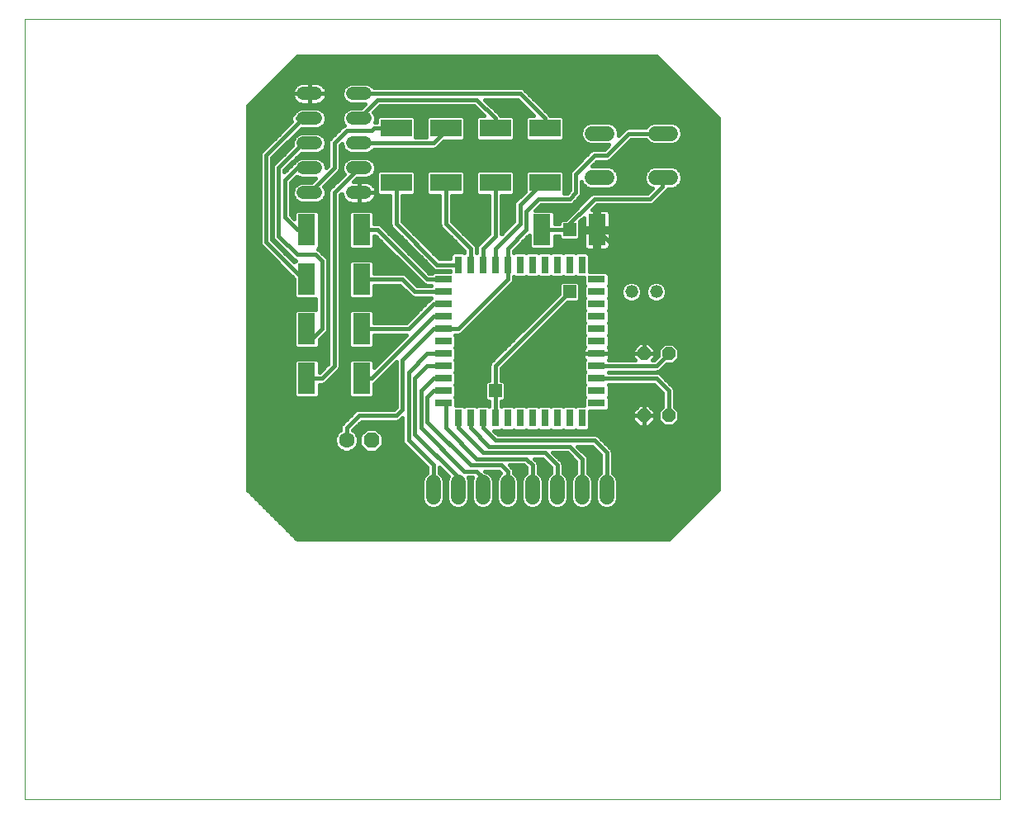
<source format=gtl>
G75*
%MOIN*%
%OFA0B0*%
%FSLAX25Y25*%
%IPPOS*%
%LPD*%
%AMOC8*
5,1,8,0,0,1.08239X$1,22.5*
%
%ADD10C,0.00000*%
%ADD11OC8,0.05200*%
%ADD12OC8,0.06300*%
%ADD13C,0.06300*%
%ADD14C,0.05200*%
%ADD15R,0.02992X0.07087*%
%ADD16R,0.07087X0.02992*%
%ADD17C,0.05200*%
%ADD18R,0.07087X0.12598*%
%ADD19R,0.12598X0.07087*%
%ADD20C,0.06000*%
%ADD21C,0.01600*%
%ADD22R,0.05315X0.05315*%
D10*
X0001000Y0001000D02*
X0001000Y0315961D01*
X0394701Y0315961D01*
X0394701Y0001000D01*
X0001000Y0001000D01*
D11*
X0251000Y0156000D03*
X0261000Y0156000D03*
X0261000Y0181000D03*
X0251000Y0181000D03*
D12*
X0141000Y0146000D03*
D13*
X0131000Y0146000D03*
D14*
X0133400Y0246000D02*
X0138600Y0246000D01*
X0138600Y0256000D02*
X0133400Y0256000D01*
X0133400Y0266000D02*
X0138600Y0266000D01*
X0138600Y0276000D02*
X0133400Y0276000D01*
X0133400Y0286000D02*
X0138600Y0286000D01*
X0118600Y0286000D02*
X0113400Y0286000D01*
X0113400Y0276000D02*
X0118600Y0276000D01*
X0118600Y0266000D02*
X0113400Y0266000D01*
X0113400Y0256000D02*
X0118600Y0256000D01*
X0118600Y0246000D02*
X0113400Y0246000D01*
D15*
X0176000Y0216945D03*
X0181000Y0216945D03*
X0186000Y0216945D03*
X0191000Y0216945D03*
X0196000Y0216945D03*
X0201000Y0216945D03*
X0206000Y0216945D03*
X0211000Y0216945D03*
X0216000Y0216945D03*
X0221000Y0216945D03*
X0226000Y0216945D03*
X0226000Y0155055D03*
X0221000Y0155055D03*
X0216000Y0155055D03*
X0211000Y0155055D03*
X0206000Y0155055D03*
X0201000Y0155055D03*
X0196000Y0155055D03*
X0191000Y0155055D03*
X0186000Y0155055D03*
X0181000Y0155055D03*
X0176000Y0155055D03*
D16*
X0170055Y0161000D03*
X0170055Y0166000D03*
X0170055Y0171000D03*
X0170055Y0176000D03*
X0170055Y0181000D03*
X0170055Y0186000D03*
X0170055Y0191000D03*
X0170055Y0196000D03*
X0170055Y0201000D03*
X0170055Y0206000D03*
X0170055Y0211000D03*
X0231945Y0211000D03*
X0231945Y0206000D03*
X0231945Y0201000D03*
X0231945Y0196000D03*
X0231945Y0191000D03*
X0231945Y0186000D03*
X0231945Y0181000D03*
X0231945Y0176000D03*
X0231945Y0171000D03*
X0231945Y0166000D03*
X0231945Y0161000D03*
D17*
X0246000Y0206000D03*
X0256000Y0206000D03*
D18*
X0232024Y0231000D03*
X0209976Y0231000D03*
X0137024Y0231000D03*
X0114976Y0231000D03*
X0114976Y0211000D03*
X0137024Y0211000D03*
X0137024Y0191000D03*
X0114976Y0191000D03*
X0114976Y0171000D03*
X0137024Y0171000D03*
D19*
X0151000Y0249976D03*
X0171000Y0249976D03*
X0191000Y0249976D03*
X0211000Y0249976D03*
X0211000Y0272024D03*
X0191000Y0272024D03*
X0171000Y0272024D03*
X0151000Y0272024D03*
D20*
X0230200Y0269900D02*
X0236200Y0269900D01*
X0255800Y0269900D02*
X0261800Y0269900D01*
X0261800Y0252100D02*
X0255800Y0252100D01*
X0236200Y0252100D02*
X0230200Y0252100D01*
X0226000Y0129000D02*
X0226000Y0123000D01*
X0236000Y0123000D02*
X0236000Y0129000D01*
X0216000Y0129000D02*
X0216000Y0123000D01*
X0206000Y0123000D02*
X0206000Y0129000D01*
X0196000Y0129000D02*
X0196000Y0123000D01*
X0186000Y0123000D02*
X0186000Y0129000D01*
X0176000Y0129000D02*
X0176000Y0123000D01*
X0166000Y0123000D02*
X0166000Y0129000D01*
D21*
X0166000Y0126000D02*
X0166000Y0136000D01*
X0156000Y0146000D01*
X0156000Y0173500D01*
X0163500Y0181000D01*
X0170055Y0181000D01*
X0170055Y0176000D02*
X0163500Y0176000D01*
X0158500Y0171000D01*
X0158500Y0148500D01*
X0176000Y0131000D01*
X0176000Y0126000D01*
X0180600Y0125684D02*
X0181400Y0125684D01*
X0181400Y0127282D02*
X0180600Y0127282D01*
X0180600Y0128881D02*
X0181400Y0128881D01*
X0181400Y0129915D02*
X0181400Y0122085D01*
X0182100Y0120394D01*
X0183394Y0119100D01*
X0185085Y0118400D01*
X0186915Y0118400D01*
X0188606Y0119100D01*
X0189900Y0120394D01*
X0190600Y0122085D01*
X0190600Y0129915D01*
X0189900Y0131606D01*
X0188606Y0132900D01*
X0186915Y0133600D01*
X0186794Y0133600D01*
X0192506Y0133600D01*
X0193300Y0132806D01*
X0192100Y0131606D01*
X0191400Y0129915D01*
X0191400Y0122085D01*
X0192100Y0120394D01*
X0193394Y0119100D01*
X0195085Y0118400D01*
X0196915Y0118400D01*
X0198606Y0119100D01*
X0199900Y0120394D01*
X0200600Y0122085D01*
X0200600Y0129915D01*
X0199900Y0131606D01*
X0198606Y0132900D01*
X0198400Y0132985D01*
X0198400Y0133977D01*
X0198035Y0134859D01*
X0196794Y0136100D01*
X0202506Y0136100D01*
X0203600Y0135006D01*
X0203600Y0132985D01*
X0203394Y0132900D01*
X0202100Y0131606D01*
X0201400Y0129915D01*
X0201400Y0122085D01*
X0202100Y0120394D01*
X0203394Y0119100D01*
X0205085Y0118400D01*
X0206915Y0118400D01*
X0208606Y0119100D01*
X0209900Y0120394D01*
X0210600Y0122085D01*
X0210600Y0129915D01*
X0209900Y0131606D01*
X0208606Y0132900D01*
X0208400Y0132985D01*
X0208400Y0136477D01*
X0208035Y0137359D01*
X0206794Y0138600D01*
X0210006Y0138600D01*
X0213600Y0135006D01*
X0213600Y0132985D01*
X0213394Y0132900D01*
X0212100Y0131606D01*
X0211400Y0129915D01*
X0211400Y0122085D01*
X0212100Y0120394D01*
X0213394Y0119100D01*
X0215085Y0118400D01*
X0216915Y0118400D01*
X0218606Y0119100D01*
X0219900Y0120394D01*
X0220600Y0122085D01*
X0220600Y0129915D01*
X0219900Y0131606D01*
X0218606Y0132900D01*
X0218400Y0132985D01*
X0218400Y0136477D01*
X0218035Y0137359D01*
X0214294Y0141100D01*
X0220006Y0141100D01*
X0223600Y0137506D01*
X0223600Y0132985D01*
X0223394Y0132900D01*
X0222100Y0131606D01*
X0221400Y0129915D01*
X0221400Y0122085D01*
X0222100Y0120394D01*
X0223394Y0119100D01*
X0225085Y0118400D01*
X0226915Y0118400D01*
X0228606Y0119100D01*
X0229900Y0120394D01*
X0230600Y0122085D01*
X0230600Y0129915D01*
X0229900Y0131606D01*
X0228606Y0132900D01*
X0228400Y0132985D01*
X0228400Y0138977D01*
X0228035Y0139859D01*
X0224294Y0143600D01*
X0230006Y0143600D01*
X0233600Y0140006D01*
X0233600Y0132985D01*
X0233394Y0132900D01*
X0232100Y0131606D01*
X0231400Y0129915D01*
X0231400Y0122085D01*
X0232100Y0120394D01*
X0233394Y0119100D01*
X0235085Y0118400D01*
X0236915Y0118400D01*
X0238606Y0119100D01*
X0239900Y0120394D01*
X0240600Y0122085D01*
X0240600Y0129915D01*
X0239900Y0131606D01*
X0238606Y0132900D01*
X0238400Y0132985D01*
X0238400Y0141477D01*
X0238035Y0142359D01*
X0237359Y0143035D01*
X0232359Y0148035D01*
X0231477Y0148400D01*
X0191994Y0148400D01*
X0190482Y0149912D01*
X0193159Y0149912D01*
X0193500Y0150253D01*
X0193841Y0149912D01*
X0198159Y0149912D01*
X0198500Y0150253D01*
X0198841Y0149912D01*
X0203159Y0149912D01*
X0203500Y0150253D01*
X0203841Y0149912D01*
X0208159Y0149912D01*
X0208500Y0150253D01*
X0208841Y0149912D01*
X0213159Y0149912D01*
X0213500Y0150253D01*
X0213841Y0149912D01*
X0218159Y0149912D01*
X0218500Y0150253D01*
X0218841Y0149912D01*
X0223159Y0149912D01*
X0223500Y0150253D01*
X0223841Y0149912D01*
X0228159Y0149912D01*
X0229096Y0150849D01*
X0229096Y0157904D01*
X0236151Y0157904D01*
X0237088Y0158841D01*
X0237088Y0163159D01*
X0236747Y0163500D01*
X0237088Y0163841D01*
X0237088Y0168159D01*
X0236747Y0168500D01*
X0236847Y0168600D01*
X0255006Y0168600D01*
X0258600Y0165006D01*
X0258600Y0159540D01*
X0256800Y0157740D01*
X0256800Y0154260D01*
X0259260Y0151800D01*
X0262740Y0151800D01*
X0265200Y0154260D01*
X0265200Y0157740D01*
X0263400Y0159540D01*
X0263400Y0166477D01*
X0263035Y0167359D01*
X0262359Y0168035D01*
X0257359Y0173035D01*
X0256477Y0173400D01*
X0236847Y0173400D01*
X0236747Y0173500D01*
X0236847Y0173600D01*
X0256477Y0173600D01*
X0257359Y0173965D01*
X0260194Y0176800D01*
X0262740Y0176800D01*
X0265200Y0179260D01*
X0265200Y0182740D01*
X0262740Y0185200D01*
X0259260Y0185200D01*
X0256800Y0182740D01*
X0256800Y0180194D01*
X0255006Y0178400D01*
X0254623Y0178400D01*
X0255400Y0179177D01*
X0255400Y0181000D01*
X0255400Y0182823D01*
X0252823Y0185400D01*
X0251000Y0185400D01*
X0251000Y0181000D01*
X0251000Y0212024D01*
X0232024Y0231000D01*
X0232824Y0231186D02*
X0281000Y0231186D01*
X0281000Y0232784D02*
X0237367Y0232784D01*
X0237367Y0231800D02*
X0237367Y0237536D01*
X0237244Y0237994D01*
X0237007Y0238404D01*
X0236672Y0238740D01*
X0236262Y0238977D01*
X0235804Y0239099D01*
X0232824Y0239099D01*
X0232824Y0231800D01*
X0237367Y0231800D01*
X0237367Y0230200D02*
X0232824Y0230200D01*
X0232824Y0231800D01*
X0231224Y0231800D01*
X0231224Y0239099D01*
X0229993Y0239099D01*
X0231994Y0241100D01*
X0253977Y0241100D01*
X0254859Y0241465D01*
X0259859Y0246465D01*
X0260535Y0247141D01*
X0260684Y0247500D01*
X0262715Y0247500D01*
X0264406Y0248200D01*
X0265700Y0249494D01*
X0266400Y0251185D01*
X0266400Y0253015D01*
X0265700Y0254706D01*
X0264406Y0256000D01*
X0262715Y0256700D01*
X0254885Y0256700D01*
X0253194Y0256000D01*
X0251900Y0254706D01*
X0251200Y0253015D01*
X0251200Y0251185D01*
X0251900Y0249494D01*
X0253194Y0248200D01*
X0254334Y0247728D01*
X0252506Y0245900D01*
X0230523Y0245900D01*
X0229641Y0245535D01*
X0228965Y0244859D01*
X0219363Y0235257D01*
X0217680Y0235257D01*
X0216743Y0234320D01*
X0216743Y0233400D01*
X0215120Y0233400D01*
X0215120Y0237962D01*
X0214182Y0238899D01*
X0207293Y0238899D01*
X0209494Y0241100D01*
X0221477Y0241100D01*
X0222359Y0241465D01*
X0223035Y0242141D01*
X0225535Y0244641D01*
X0225900Y0245523D01*
X0225900Y0250461D01*
X0226300Y0249494D01*
X0227594Y0248200D01*
X0229285Y0247500D01*
X0237115Y0247500D01*
X0238806Y0248200D01*
X0240100Y0249494D01*
X0240800Y0251185D01*
X0240800Y0253015D01*
X0240100Y0254706D01*
X0238806Y0256000D01*
X0237115Y0256700D01*
X0230094Y0256700D01*
X0231994Y0258600D01*
X0236477Y0258600D01*
X0237359Y0258965D01*
X0238035Y0259641D01*
X0245894Y0267500D01*
X0251815Y0267500D01*
X0251900Y0267294D01*
X0253194Y0266000D01*
X0254885Y0265300D01*
X0262715Y0265300D01*
X0264406Y0266000D01*
X0265700Y0267294D01*
X0266400Y0268985D01*
X0266400Y0270815D01*
X0265700Y0272506D01*
X0264406Y0273800D01*
X0262715Y0274500D01*
X0254885Y0274500D01*
X0253194Y0273800D01*
X0251900Y0272506D01*
X0251815Y0272300D01*
X0244423Y0272300D01*
X0243541Y0271935D01*
X0240800Y0269194D01*
X0240800Y0270815D01*
X0240100Y0272506D01*
X0238806Y0273800D01*
X0237115Y0274500D01*
X0229285Y0274500D01*
X0227594Y0273800D01*
X0226300Y0272506D01*
X0225600Y0270815D01*
X0225600Y0268985D01*
X0226300Y0267294D01*
X0227594Y0266000D01*
X0229285Y0265300D01*
X0236906Y0265300D01*
X0235006Y0263400D01*
X0230523Y0263400D01*
X0229641Y0263035D01*
X0222141Y0255535D01*
X0221465Y0254859D01*
X0221100Y0253977D01*
X0221100Y0246994D01*
X0220006Y0245900D01*
X0218899Y0245900D01*
X0218899Y0254182D01*
X0217962Y0255120D01*
X0204038Y0255120D01*
X0203101Y0254182D01*
X0203101Y0246495D01*
X0198965Y0242359D01*
X0198600Y0241477D01*
X0198600Y0234494D01*
X0193400Y0229294D01*
X0193400Y0244833D01*
X0197962Y0244833D01*
X0198899Y0245770D01*
X0198899Y0254182D01*
X0197962Y0255120D01*
X0184038Y0255120D01*
X0183101Y0254182D01*
X0183101Y0245770D01*
X0184038Y0244833D01*
X0188600Y0244833D01*
X0188600Y0229494D01*
X0183965Y0224859D01*
X0183600Y0223977D01*
X0183600Y0221847D01*
X0183500Y0221747D01*
X0183400Y0221847D01*
X0183400Y0223977D01*
X0183035Y0224859D01*
X0182359Y0225535D01*
X0173400Y0234494D01*
X0173400Y0244833D01*
X0177962Y0244833D01*
X0178899Y0245770D01*
X0178899Y0254182D01*
X0177962Y0255120D01*
X0164038Y0255120D01*
X0163101Y0254182D01*
X0163101Y0245770D01*
X0164038Y0244833D01*
X0168600Y0244833D01*
X0168600Y0233023D01*
X0168965Y0232141D01*
X0178600Y0222506D01*
X0178600Y0221847D01*
X0178500Y0221747D01*
X0178159Y0222088D01*
X0173841Y0222088D01*
X0172904Y0221151D01*
X0172904Y0219345D01*
X0168549Y0219345D01*
X0153400Y0234494D01*
X0153400Y0244833D01*
X0157962Y0244833D01*
X0158899Y0245770D01*
X0158899Y0254182D01*
X0157962Y0255120D01*
X0144038Y0255120D01*
X0143101Y0254182D01*
X0143101Y0245770D01*
X0144038Y0244833D01*
X0148600Y0244833D01*
X0148600Y0233023D01*
X0148965Y0232141D01*
X0166196Y0214910D01*
X0167078Y0214545D01*
X0172904Y0214545D01*
X0172904Y0214096D01*
X0165849Y0214096D01*
X0165153Y0213400D01*
X0164494Y0213400D01*
X0144859Y0233035D01*
X0143977Y0233400D01*
X0142167Y0233400D01*
X0142167Y0237962D01*
X0141230Y0238899D01*
X0132818Y0238899D01*
X0131880Y0237962D01*
X0131880Y0224038D01*
X0132818Y0223101D01*
X0141230Y0223101D01*
X0142167Y0224038D01*
X0142167Y0228600D01*
X0142506Y0228600D01*
X0161465Y0209641D01*
X0162141Y0208965D01*
X0163023Y0208600D01*
X0165153Y0208600D01*
X0165253Y0208500D01*
X0165153Y0208400D01*
X0159494Y0208400D01*
X0154859Y0213035D01*
X0153977Y0213400D01*
X0142167Y0213400D01*
X0142167Y0217962D01*
X0141230Y0218899D01*
X0132818Y0218899D01*
X0131880Y0217962D01*
X0131880Y0204038D01*
X0132818Y0203101D01*
X0141230Y0203101D01*
X0142167Y0204038D01*
X0142167Y0208600D01*
X0152506Y0208600D01*
X0156465Y0204641D01*
X0157141Y0203965D01*
X0158023Y0203600D01*
X0165153Y0203600D01*
X0165253Y0203500D01*
X0164912Y0203159D01*
X0164912Y0203147D01*
X0164641Y0203035D01*
X0163965Y0202359D01*
X0155006Y0193400D01*
X0142167Y0193400D01*
X0142167Y0197962D01*
X0141230Y0198899D01*
X0132818Y0198899D01*
X0131880Y0197962D01*
X0131880Y0184038D01*
X0132818Y0183101D01*
X0141230Y0183101D01*
X0142167Y0184038D01*
X0142167Y0188600D01*
X0155206Y0188600D01*
X0142167Y0175561D01*
X0142167Y0177962D01*
X0141230Y0178899D01*
X0132818Y0178899D01*
X0131880Y0177962D01*
X0131880Y0164038D01*
X0132818Y0163101D01*
X0141230Y0163101D01*
X0142167Y0164038D01*
X0142167Y0168886D01*
X0142359Y0168965D01*
X0143035Y0169641D01*
X0151100Y0177706D01*
X0151100Y0159494D01*
X0150006Y0158400D01*
X0135523Y0158400D01*
X0134641Y0158035D01*
X0133965Y0157359D01*
X0128965Y0152359D01*
X0128600Y0151477D01*
X0128600Y0150147D01*
X0128309Y0150027D01*
X0126973Y0148691D01*
X0126250Y0146945D01*
X0126250Y0145055D01*
X0126973Y0143309D01*
X0128309Y0141973D01*
X0130055Y0141250D01*
X0131945Y0141250D01*
X0133691Y0141973D01*
X0135027Y0143309D01*
X0135750Y0145055D01*
X0135750Y0146945D01*
X0135027Y0148691D01*
X0133691Y0150027D01*
X0133500Y0150106D01*
X0136994Y0153600D01*
X0151477Y0153600D01*
X0152359Y0153965D01*
X0153600Y0155206D01*
X0153600Y0145523D01*
X0153965Y0144641D01*
X0154641Y0143965D01*
X0163600Y0135006D01*
X0163600Y0132985D01*
X0163394Y0132900D01*
X0162100Y0131606D01*
X0161400Y0129915D01*
X0161400Y0122085D01*
X0162100Y0120394D01*
X0163394Y0119100D01*
X0165085Y0118400D01*
X0166915Y0118400D01*
X0168606Y0119100D01*
X0169900Y0120394D01*
X0170600Y0122085D01*
X0170600Y0129915D01*
X0169900Y0131606D01*
X0168606Y0132900D01*
X0168400Y0132985D01*
X0168400Y0135206D01*
X0172071Y0131535D01*
X0171400Y0129915D01*
X0171400Y0122085D01*
X0172100Y0120394D01*
X0173394Y0119100D01*
X0175085Y0118400D01*
X0176915Y0118400D01*
X0178606Y0119100D01*
X0179900Y0120394D01*
X0180600Y0122085D01*
X0180600Y0129915D01*
X0180109Y0131100D01*
X0181891Y0131100D01*
X0181400Y0129915D01*
X0181634Y0130479D02*
X0180366Y0130479D01*
X0178500Y0133500D02*
X0161000Y0151000D01*
X0161000Y0166000D01*
X0166000Y0171000D01*
X0170055Y0171000D01*
X0170055Y0166000D02*
X0166000Y0166000D01*
X0163500Y0163500D01*
X0163500Y0153500D01*
X0181000Y0136000D01*
X0193500Y0136000D01*
X0196000Y0133500D01*
X0196000Y0126000D01*
X0200600Y0125684D02*
X0201400Y0125684D01*
X0201400Y0127282D02*
X0200600Y0127282D01*
X0200600Y0128881D02*
X0201400Y0128881D01*
X0201634Y0130479D02*
X0200366Y0130479D01*
X0199427Y0132078D02*
X0202573Y0132078D01*
X0203600Y0133676D02*
X0198400Y0133676D01*
X0197619Y0135275D02*
X0203331Y0135275D01*
X0206000Y0136000D02*
X0203500Y0138500D01*
X0183500Y0138500D01*
X0171000Y0151000D01*
X0171000Y0160055D01*
X0170055Y0161000D01*
X0175198Y0160851D02*
X0188600Y0160851D01*
X0188159Y0160198D02*
X0183841Y0160198D01*
X0183500Y0159857D01*
X0183159Y0160198D01*
X0178841Y0160198D01*
X0178500Y0159857D01*
X0178159Y0160198D01*
X0175198Y0160198D01*
X0175198Y0163159D01*
X0174857Y0163500D01*
X0175198Y0163841D01*
X0175198Y0168159D01*
X0174857Y0168500D01*
X0175198Y0168841D01*
X0175198Y0173159D01*
X0174857Y0173500D01*
X0175198Y0173841D01*
X0175198Y0178159D01*
X0174857Y0178500D01*
X0175198Y0178841D01*
X0175198Y0183159D01*
X0174857Y0183500D01*
X0175198Y0183841D01*
X0175198Y0188159D01*
X0174857Y0188500D01*
X0174957Y0188600D01*
X0176477Y0188600D01*
X0177359Y0188965D01*
X0197359Y0208965D01*
X0198035Y0209641D01*
X0198400Y0210523D01*
X0198400Y0212043D01*
X0198500Y0212143D01*
X0198841Y0211802D01*
X0203159Y0211802D01*
X0203500Y0212143D01*
X0203841Y0211802D01*
X0208159Y0211802D01*
X0208500Y0212143D01*
X0208841Y0211802D01*
X0213159Y0211802D01*
X0213500Y0212143D01*
X0213841Y0211802D01*
X0218159Y0211802D01*
X0218500Y0212143D01*
X0218841Y0211802D01*
X0223159Y0211802D01*
X0223500Y0212143D01*
X0223841Y0211802D01*
X0226802Y0211802D01*
X0226802Y0208841D01*
X0227143Y0208500D01*
X0226802Y0208159D01*
X0226802Y0203841D01*
X0227143Y0203500D01*
X0226802Y0203159D01*
X0226802Y0198841D01*
X0227143Y0198500D01*
X0226802Y0198159D01*
X0226802Y0193841D01*
X0227143Y0193500D01*
X0226802Y0193159D01*
X0226802Y0188841D01*
X0227143Y0188500D01*
X0226802Y0188159D01*
X0226802Y0183841D01*
X0227001Y0183641D01*
X0226961Y0183601D01*
X0226724Y0183191D01*
X0226602Y0182733D01*
X0226602Y0181000D01*
X0226602Y0179267D01*
X0226724Y0178809D01*
X0226961Y0178399D01*
X0227001Y0178359D01*
X0226802Y0178159D01*
X0226802Y0173841D01*
X0227143Y0173500D01*
X0226802Y0173159D01*
X0226802Y0168841D01*
X0227143Y0168500D01*
X0226802Y0168159D01*
X0226802Y0163841D01*
X0227143Y0163500D01*
X0226802Y0163159D01*
X0226802Y0160198D01*
X0223841Y0160198D01*
X0223500Y0159857D01*
X0223159Y0160198D01*
X0218841Y0160198D01*
X0218500Y0159857D01*
X0218159Y0160198D01*
X0213841Y0160198D01*
X0213500Y0159857D01*
X0213159Y0160198D01*
X0208841Y0160198D01*
X0208500Y0159857D01*
X0208159Y0160198D01*
X0203841Y0160198D01*
X0203500Y0159857D01*
X0203159Y0160198D01*
X0198841Y0160198D01*
X0198500Y0159857D01*
X0198159Y0160198D01*
X0193841Y0160198D01*
X0193500Y0159857D01*
X0193400Y0159957D01*
X0193400Y0161743D01*
X0194320Y0161743D01*
X0195257Y0162680D01*
X0195257Y0169320D01*
X0194320Y0170257D01*
X0193400Y0170257D01*
X0193400Y0175006D01*
X0220137Y0201743D01*
X0224320Y0201743D01*
X0225257Y0202680D01*
X0225257Y0209320D01*
X0224320Y0210257D01*
X0217680Y0210257D01*
X0216743Y0209320D01*
X0216743Y0205137D01*
X0188965Y0177359D01*
X0188600Y0176477D01*
X0188600Y0170257D01*
X0187680Y0170257D01*
X0186743Y0169320D01*
X0186743Y0162680D01*
X0187680Y0161743D01*
X0188600Y0161743D01*
X0188600Y0159957D01*
X0188500Y0159857D01*
X0188159Y0160198D01*
X0186973Y0162450D02*
X0175198Y0162450D01*
X0175198Y0164048D02*
X0186743Y0164048D01*
X0186743Y0165647D02*
X0175198Y0165647D01*
X0175198Y0167245D02*
X0186743Y0167245D01*
X0186743Y0168844D02*
X0175198Y0168844D01*
X0175198Y0170442D02*
X0188600Y0170442D01*
X0188600Y0172041D02*
X0175198Y0172041D01*
X0174996Y0173639D02*
X0188600Y0173639D01*
X0188600Y0175238D02*
X0175198Y0175238D01*
X0175198Y0176836D02*
X0188749Y0176836D01*
X0190041Y0178435D02*
X0174922Y0178435D01*
X0175198Y0180033D02*
X0191639Y0180033D01*
X0193238Y0181632D02*
X0175198Y0181632D01*
X0175127Y0183230D02*
X0194836Y0183230D01*
X0196435Y0184829D02*
X0175198Y0184829D01*
X0175198Y0186427D02*
X0198033Y0186427D01*
X0199632Y0188026D02*
X0175198Y0188026D01*
X0176000Y0191000D02*
X0196000Y0211000D01*
X0196000Y0216945D01*
X0196000Y0223500D01*
X0203500Y0231000D01*
X0203500Y0238500D01*
X0208500Y0243500D01*
X0221000Y0243500D01*
X0223500Y0246000D01*
X0223500Y0253500D01*
X0231000Y0261000D01*
X0236000Y0261000D01*
X0244900Y0269900D01*
X0258800Y0269900D01*
X0254512Y0274345D02*
X0237488Y0274345D01*
X0239858Y0272747D02*
X0252142Y0272747D01*
X0252842Y0266353D02*
X0244747Y0266353D01*
X0243148Y0264754D02*
X0281000Y0264754D01*
X0281000Y0263156D02*
X0241550Y0263156D01*
X0239951Y0261557D02*
X0281000Y0261557D01*
X0281000Y0259959D02*
X0238353Y0259959D01*
X0236360Y0264754D02*
X0168148Y0264754D01*
X0167359Y0263965D02*
X0170274Y0266880D01*
X0177962Y0266880D01*
X0178899Y0267818D01*
X0178899Y0276230D01*
X0177962Y0277167D01*
X0164038Y0277167D01*
X0163101Y0276230D01*
X0163101Y0268400D01*
X0158899Y0268400D01*
X0158899Y0276230D01*
X0157962Y0277167D01*
X0144038Y0277167D01*
X0143101Y0276230D01*
X0143101Y0274424D01*
X0142493Y0274424D01*
X0142800Y0275165D01*
X0142800Y0276835D01*
X0142161Y0278379D01*
X0141967Y0278573D01*
X0144494Y0281100D01*
X0182506Y0281100D01*
X0186439Y0277167D01*
X0184038Y0277167D01*
X0183101Y0276230D01*
X0183101Y0267818D01*
X0184038Y0266880D01*
X0197962Y0266880D01*
X0198899Y0267818D01*
X0198899Y0276230D01*
X0197962Y0277167D01*
X0193114Y0277167D01*
X0193035Y0277359D01*
X0192359Y0278035D01*
X0186794Y0283600D01*
X0200006Y0283600D01*
X0206439Y0277167D01*
X0204038Y0277167D01*
X0203101Y0276230D01*
X0203101Y0267818D01*
X0204038Y0266880D01*
X0217962Y0266880D01*
X0218899Y0267818D01*
X0218899Y0276230D01*
X0217962Y0277167D01*
X0213114Y0277167D01*
X0213035Y0277359D01*
X0212359Y0278035D01*
X0202359Y0288035D01*
X0201477Y0288400D01*
X0142140Y0288400D01*
X0140979Y0289561D01*
X0139435Y0290200D01*
X0132565Y0290200D01*
X0131021Y0289561D01*
X0129839Y0288379D01*
X0129200Y0286835D01*
X0129200Y0285165D01*
X0129839Y0283621D01*
X0131021Y0282439D01*
X0132565Y0281800D01*
X0138406Y0281800D01*
X0136806Y0280200D01*
X0132565Y0280200D01*
X0131021Y0279561D01*
X0129839Y0278379D01*
X0129200Y0276835D01*
X0129200Y0275165D01*
X0129839Y0273621D01*
X0130196Y0273265D01*
X0129641Y0273035D01*
X0128965Y0272359D01*
X0123965Y0267359D01*
X0123600Y0266477D01*
X0123600Y0256994D01*
X0122800Y0256194D01*
X0122800Y0256835D01*
X0122161Y0258379D01*
X0120979Y0259561D01*
X0119435Y0260200D01*
X0112565Y0260200D01*
X0111021Y0259561D01*
X0109839Y0258379D01*
X0109708Y0258063D01*
X0109641Y0258035D01*
X0105900Y0254294D01*
X0105900Y0255006D01*
X0112694Y0261800D01*
X0119435Y0261800D01*
X0120979Y0262439D01*
X0122161Y0263621D01*
X0122800Y0265165D01*
X0122800Y0266835D01*
X0122161Y0268379D01*
X0120979Y0269561D01*
X0119435Y0270200D01*
X0112565Y0270200D01*
X0111021Y0269561D01*
X0109839Y0268379D01*
X0109200Y0266835D01*
X0109200Y0265165D01*
X0109221Y0265115D01*
X0102141Y0258035D01*
X0101465Y0257359D01*
X0101100Y0256477D01*
X0101100Y0228023D01*
X0101465Y0227141D01*
X0108965Y0219641D01*
X0109641Y0218965D01*
X0110486Y0218615D01*
X0109883Y0218011D01*
X0100900Y0226994D01*
X0100900Y0260006D01*
X0112694Y0271800D01*
X0119435Y0271800D01*
X0120979Y0272439D01*
X0122161Y0273621D01*
X0122800Y0275165D01*
X0122800Y0276835D01*
X0122161Y0278379D01*
X0120979Y0279561D01*
X0119435Y0280200D01*
X0112565Y0280200D01*
X0111021Y0279561D01*
X0109839Y0278379D01*
X0109708Y0278063D01*
X0109641Y0278035D01*
X0108965Y0277359D01*
X0108600Y0276477D01*
X0108600Y0275523D01*
X0108901Y0274795D01*
X0096465Y0262359D01*
X0096100Y0261477D01*
X0096100Y0225523D01*
X0096465Y0224641D01*
X0097141Y0223965D01*
X0109833Y0211273D01*
X0109833Y0204038D01*
X0110770Y0203101D01*
X0118600Y0203101D01*
X0118600Y0198899D01*
X0110770Y0198899D01*
X0109833Y0197962D01*
X0109833Y0184038D01*
X0110770Y0183101D01*
X0119182Y0183101D01*
X0120120Y0184038D01*
X0120120Y0186726D01*
X0123035Y0189641D01*
X0123400Y0190523D01*
X0123400Y0218977D01*
X0123035Y0219859D01*
X0122359Y0220535D01*
X0119859Y0223035D01*
X0119334Y0223252D01*
X0120120Y0224038D01*
X0120120Y0237962D01*
X0119182Y0238899D01*
X0110770Y0238899D01*
X0109833Y0237962D01*
X0109833Y0235561D01*
X0108400Y0236994D01*
X0108400Y0250006D01*
X0110927Y0252533D01*
X0111021Y0252439D01*
X0112565Y0251800D01*
X0118406Y0251800D01*
X0116806Y0250200D01*
X0112565Y0250200D01*
X0111021Y0249561D01*
X0109839Y0248379D01*
X0109200Y0246835D01*
X0109200Y0245165D01*
X0109839Y0243621D01*
X0111021Y0242439D01*
X0112565Y0241800D01*
X0119435Y0241800D01*
X0120979Y0242439D01*
X0122161Y0243621D01*
X0122800Y0245165D01*
X0122800Y0246835D01*
X0122161Y0248379D01*
X0121967Y0248573D01*
X0127359Y0253965D01*
X0128035Y0254641D01*
X0128400Y0255523D01*
X0128400Y0265006D01*
X0129200Y0265806D01*
X0129200Y0265165D01*
X0129839Y0263621D01*
X0131021Y0262439D01*
X0132565Y0261800D01*
X0139435Y0261800D01*
X0140979Y0262439D01*
X0142140Y0263600D01*
X0166477Y0263600D01*
X0167359Y0263965D01*
X0166000Y0266000D02*
X0171000Y0271000D01*
X0171000Y0272024D01*
X0169747Y0266353D02*
X0227242Y0266353D01*
X0226028Y0267951D02*
X0218899Y0267951D01*
X0218899Y0269550D02*
X0225600Y0269550D01*
X0225738Y0271148D02*
X0218899Y0271148D01*
X0218899Y0272747D02*
X0226542Y0272747D01*
X0228912Y0274345D02*
X0218899Y0274345D01*
X0218899Y0275944D02*
X0281000Y0275944D01*
X0281000Y0276000D02*
X0281000Y0126000D01*
X0261000Y0106000D01*
X0111000Y0106000D01*
X0091000Y0126000D01*
X0091000Y0281000D01*
X0111000Y0301000D01*
X0256000Y0301000D01*
X0281000Y0276000D01*
X0281000Y0274345D02*
X0263088Y0274345D01*
X0265458Y0272747D02*
X0281000Y0272747D01*
X0281000Y0271148D02*
X0266262Y0271148D01*
X0266400Y0269550D02*
X0281000Y0269550D01*
X0281000Y0267951D02*
X0265972Y0267951D01*
X0264758Y0266353D02*
X0281000Y0266353D01*
X0281000Y0258360D02*
X0231754Y0258360D01*
X0230156Y0256762D02*
X0281000Y0256762D01*
X0281000Y0255163D02*
X0265242Y0255163D01*
X0266172Y0253565D02*
X0281000Y0253565D01*
X0281000Y0251966D02*
X0266400Y0251966D01*
X0266061Y0250368D02*
X0281000Y0250368D01*
X0281000Y0248769D02*
X0264975Y0248769D01*
X0260547Y0247171D02*
X0281000Y0247171D01*
X0281000Y0245572D02*
X0258966Y0245572D01*
X0257368Y0243974D02*
X0281000Y0243974D01*
X0281000Y0242375D02*
X0255769Y0242375D01*
X0253500Y0243500D02*
X0258500Y0248500D01*
X0258500Y0251800D01*
X0258800Y0252100D01*
X0252625Y0248769D02*
X0239375Y0248769D01*
X0240461Y0250368D02*
X0251538Y0250368D01*
X0251200Y0251966D02*
X0240800Y0251966D01*
X0240572Y0253565D02*
X0251428Y0253565D01*
X0252358Y0255163D02*
X0239642Y0255163D01*
X0229933Y0263156D02*
X0141696Y0263156D01*
X0140018Y0259959D02*
X0226565Y0259959D01*
X0228163Y0261557D02*
X0128400Y0261557D01*
X0128400Y0259959D02*
X0131982Y0259959D01*
X0132565Y0260200D02*
X0131021Y0259561D01*
X0129839Y0258379D01*
X0129200Y0256835D01*
X0129200Y0255165D01*
X0129839Y0253621D01*
X0130033Y0253427D01*
X0123965Y0247359D01*
X0123600Y0246477D01*
X0123600Y0176994D01*
X0120120Y0173514D01*
X0120120Y0177962D01*
X0119182Y0178899D01*
X0110770Y0178899D01*
X0109833Y0177962D01*
X0109833Y0164038D01*
X0110770Y0163101D01*
X0119182Y0163101D01*
X0120120Y0164038D01*
X0120120Y0168600D01*
X0121477Y0168600D01*
X0122359Y0168965D01*
X0127359Y0173965D01*
X0128035Y0174641D01*
X0128400Y0175523D01*
X0128400Y0245006D01*
X0129007Y0245612D01*
X0129108Y0244970D01*
X0129322Y0244311D01*
X0129637Y0243694D01*
X0130044Y0243134D01*
X0130534Y0242644D01*
X0131094Y0242237D01*
X0131711Y0241922D01*
X0132370Y0241708D01*
X0133054Y0241600D01*
X0136000Y0241600D01*
X0138946Y0241600D01*
X0139630Y0241708D01*
X0140289Y0241922D01*
X0140906Y0242237D01*
X0141466Y0242644D01*
X0141956Y0243134D01*
X0142363Y0243694D01*
X0142678Y0244311D01*
X0142892Y0244970D01*
X0143000Y0245654D01*
X0143000Y0246000D01*
X0143000Y0246346D01*
X0142892Y0247030D01*
X0142678Y0247689D01*
X0142363Y0248306D01*
X0141956Y0248866D01*
X0141466Y0249356D01*
X0140906Y0249763D01*
X0140289Y0250078D01*
X0139630Y0250292D01*
X0138946Y0250400D01*
X0136000Y0250400D01*
X0136000Y0246000D01*
X0136000Y0246000D01*
X0143000Y0246000D01*
X0136000Y0246000D01*
X0136000Y0246000D01*
X0136000Y0250400D01*
X0133794Y0250400D01*
X0135194Y0251800D01*
X0139435Y0251800D01*
X0140979Y0252439D01*
X0142161Y0253621D01*
X0142800Y0255165D01*
X0142800Y0256835D01*
X0142161Y0258379D01*
X0140979Y0259561D01*
X0139435Y0260200D01*
X0132565Y0260200D01*
X0129832Y0258360D02*
X0128400Y0258360D01*
X0128400Y0256762D02*
X0129200Y0256762D01*
X0129201Y0255163D02*
X0128251Y0255163D01*
X0126959Y0253565D02*
X0129896Y0253565D01*
X0128572Y0251966D02*
X0125360Y0251966D01*
X0123762Y0250368D02*
X0126974Y0250368D01*
X0125375Y0248769D02*
X0122163Y0248769D01*
X0122661Y0247171D02*
X0123887Y0247171D01*
X0123600Y0245572D02*
X0122800Y0245572D01*
X0122307Y0243974D02*
X0123600Y0243974D01*
X0123600Y0242375D02*
X0120824Y0242375D01*
X0123600Y0240777D02*
X0108400Y0240777D01*
X0108400Y0242375D02*
X0111176Y0242375D01*
X0109693Y0243974D02*
X0108400Y0243974D01*
X0108400Y0245572D02*
X0109200Y0245572D01*
X0109339Y0247171D02*
X0108400Y0247171D01*
X0108400Y0248769D02*
X0110230Y0248769D01*
X0108762Y0250368D02*
X0116974Y0250368D01*
X0116000Y0246000D02*
X0126000Y0256000D01*
X0126000Y0266000D01*
X0131000Y0271000D01*
X0141000Y0271000D01*
X0142024Y0272024D01*
X0151000Y0272024D01*
X0158899Y0272747D02*
X0163101Y0272747D01*
X0163101Y0274345D02*
X0158899Y0274345D01*
X0158899Y0275944D02*
X0163101Y0275944D01*
X0163101Y0271148D02*
X0158899Y0271148D01*
X0158899Y0269550D02*
X0163101Y0269550D01*
X0166000Y0266000D02*
X0136000Y0266000D01*
X0130304Y0263156D02*
X0128400Y0263156D01*
X0128400Y0264754D02*
X0129370Y0264754D01*
X0123600Y0264754D02*
X0122630Y0264754D01*
X0122800Y0266353D02*
X0123600Y0266353D01*
X0124557Y0267951D02*
X0122338Y0267951D01*
X0120990Y0269550D02*
X0126156Y0269550D01*
X0127754Y0271148D02*
X0112043Y0271148D01*
X0111010Y0269550D02*
X0110444Y0269550D01*
X0109662Y0267951D02*
X0108845Y0267951D01*
X0109200Y0266353D02*
X0107247Y0266353D01*
X0105648Y0264754D02*
X0108860Y0264754D01*
X0107262Y0263156D02*
X0104050Y0263156D01*
X0102451Y0261557D02*
X0105663Y0261557D01*
X0104065Y0259959D02*
X0100900Y0259959D01*
X0100900Y0258360D02*
X0102466Y0258360D01*
X0101218Y0256762D02*
X0100900Y0256762D01*
X0100900Y0255163D02*
X0101100Y0255163D01*
X0101100Y0253565D02*
X0100900Y0253565D01*
X0100900Y0251966D02*
X0101100Y0251966D01*
X0101100Y0250368D02*
X0100900Y0250368D01*
X0100900Y0248769D02*
X0101100Y0248769D01*
X0101100Y0247171D02*
X0100900Y0247171D01*
X0100900Y0245572D02*
X0101100Y0245572D01*
X0101100Y0243974D02*
X0100900Y0243974D01*
X0100900Y0242375D02*
X0101100Y0242375D01*
X0101100Y0240777D02*
X0100900Y0240777D01*
X0100900Y0239178D02*
X0101100Y0239178D01*
X0101100Y0237580D02*
X0100900Y0237580D01*
X0100900Y0235981D02*
X0101100Y0235981D01*
X0101100Y0234383D02*
X0100900Y0234383D01*
X0100900Y0232784D02*
X0101100Y0232784D01*
X0101100Y0231186D02*
X0100900Y0231186D01*
X0100900Y0229587D02*
X0101100Y0229587D01*
X0101114Y0227989D02*
X0100900Y0227989D01*
X0101504Y0226390D02*
X0102216Y0226390D01*
X0103103Y0224792D02*
X0103814Y0224792D01*
X0104701Y0223193D02*
X0105413Y0223193D01*
X0106300Y0221595D02*
X0107011Y0221595D01*
X0107898Y0219996D02*
X0108610Y0219996D01*
X0109497Y0218398D02*
X0110269Y0218398D01*
X0111000Y0221000D02*
X0118500Y0221000D01*
X0121000Y0218500D01*
X0121000Y0191000D01*
X0116000Y0186000D01*
X0116000Y0189976D01*
X0114976Y0191000D01*
X0121420Y0188026D02*
X0123600Y0188026D01*
X0123600Y0189624D02*
X0123018Y0189624D01*
X0123400Y0191223D02*
X0123600Y0191223D01*
X0123600Y0192821D02*
X0123400Y0192821D01*
X0123400Y0194420D02*
X0123600Y0194420D01*
X0123600Y0196018D02*
X0123400Y0196018D01*
X0123400Y0197617D02*
X0123600Y0197617D01*
X0123600Y0199215D02*
X0123400Y0199215D01*
X0123400Y0200814D02*
X0123600Y0200814D01*
X0123600Y0202412D02*
X0123400Y0202412D01*
X0123400Y0204011D02*
X0123600Y0204011D01*
X0123600Y0205609D02*
X0123400Y0205609D01*
X0123400Y0207208D02*
X0123600Y0207208D01*
X0123600Y0208806D02*
X0123400Y0208806D01*
X0123400Y0210405D02*
X0123600Y0210405D01*
X0123600Y0212003D02*
X0123400Y0212003D01*
X0123400Y0213602D02*
X0123600Y0213602D01*
X0123600Y0215201D02*
X0123400Y0215201D01*
X0123400Y0216799D02*
X0123600Y0216799D01*
X0123600Y0218398D02*
X0123400Y0218398D01*
X0123600Y0219996D02*
X0122898Y0219996D01*
X0123600Y0221595D02*
X0121300Y0221595D01*
X0119477Y0223193D02*
X0123600Y0223193D01*
X0123600Y0224792D02*
X0120120Y0224792D01*
X0120120Y0226390D02*
X0123600Y0226390D01*
X0123600Y0227989D02*
X0120120Y0227989D01*
X0120120Y0229587D02*
X0123600Y0229587D01*
X0123600Y0231186D02*
X0120120Y0231186D01*
X0120120Y0232784D02*
X0123600Y0232784D01*
X0123600Y0234383D02*
X0120120Y0234383D01*
X0120120Y0235981D02*
X0123600Y0235981D01*
X0123600Y0237580D02*
X0120120Y0237580D01*
X0123600Y0239178D02*
X0108400Y0239178D01*
X0108400Y0237580D02*
X0109833Y0237580D01*
X0109833Y0235981D02*
X0109413Y0235981D01*
X0106000Y0236000D02*
X0106000Y0251000D01*
X0111000Y0256000D01*
X0116000Y0256000D01*
X0112163Y0251966D02*
X0110360Y0251966D01*
X0106769Y0255163D02*
X0106057Y0255163D01*
X0107656Y0256762D02*
X0108368Y0256762D01*
X0109254Y0258360D02*
X0109832Y0258360D01*
X0110853Y0259959D02*
X0111982Y0259959D01*
X0112451Y0261557D02*
X0123600Y0261557D01*
X0123600Y0259959D02*
X0120018Y0259959D01*
X0122168Y0258360D02*
X0123600Y0258360D01*
X0123368Y0256762D02*
X0122800Y0256762D01*
X0123600Y0263156D02*
X0121696Y0263156D01*
X0116000Y0266000D02*
X0113500Y0266000D01*
X0103500Y0256000D01*
X0103500Y0228500D01*
X0111000Y0221000D01*
X0105905Y0215201D02*
X0091000Y0215201D01*
X0091000Y0216799D02*
X0104307Y0216799D01*
X0102708Y0218398D02*
X0091000Y0218398D01*
X0091000Y0219996D02*
X0101110Y0219996D01*
X0099511Y0221595D02*
X0091000Y0221595D01*
X0091000Y0223193D02*
X0097913Y0223193D01*
X0096403Y0224792D02*
X0091000Y0224792D01*
X0091000Y0226390D02*
X0096100Y0226390D01*
X0096100Y0227989D02*
X0091000Y0227989D01*
X0091000Y0229587D02*
X0096100Y0229587D01*
X0096100Y0231186D02*
X0091000Y0231186D01*
X0091000Y0232784D02*
X0096100Y0232784D01*
X0096100Y0234383D02*
X0091000Y0234383D01*
X0091000Y0235981D02*
X0096100Y0235981D01*
X0096100Y0237580D02*
X0091000Y0237580D01*
X0091000Y0239178D02*
X0096100Y0239178D01*
X0096100Y0240777D02*
X0091000Y0240777D01*
X0091000Y0242375D02*
X0096100Y0242375D01*
X0096100Y0243974D02*
X0091000Y0243974D01*
X0091000Y0245572D02*
X0096100Y0245572D01*
X0096100Y0247171D02*
X0091000Y0247171D01*
X0091000Y0248769D02*
X0096100Y0248769D01*
X0096100Y0250368D02*
X0091000Y0250368D01*
X0091000Y0251966D02*
X0096100Y0251966D01*
X0096100Y0253565D02*
X0091000Y0253565D01*
X0091000Y0255163D02*
X0096100Y0255163D01*
X0096100Y0256762D02*
X0091000Y0256762D01*
X0091000Y0258360D02*
X0096100Y0258360D01*
X0096100Y0259959D02*
X0091000Y0259959D01*
X0091000Y0261557D02*
X0096133Y0261557D01*
X0097262Y0263156D02*
X0091000Y0263156D01*
X0091000Y0264754D02*
X0098860Y0264754D01*
X0100459Y0266353D02*
X0091000Y0266353D01*
X0091000Y0267951D02*
X0102057Y0267951D01*
X0103656Y0269550D02*
X0091000Y0269550D01*
X0091000Y0271148D02*
X0105254Y0271148D01*
X0106853Y0272747D02*
X0091000Y0272747D01*
X0091000Y0274345D02*
X0108451Y0274345D01*
X0108600Y0275944D02*
X0091000Y0275944D01*
X0091000Y0277542D02*
X0109148Y0277542D01*
X0110601Y0279141D02*
X0091000Y0279141D01*
X0091000Y0280739D02*
X0137345Y0280739D01*
X0136000Y0276000D02*
X0143500Y0283500D01*
X0183500Y0283500D01*
X0191000Y0276000D01*
X0191000Y0272024D01*
X0192852Y0277542D02*
X0206063Y0277542D01*
X0204465Y0279141D02*
X0191253Y0279141D01*
X0189655Y0280739D02*
X0202866Y0280739D01*
X0201268Y0282338D02*
X0188056Y0282338D01*
X0184465Y0279141D02*
X0142535Y0279141D01*
X0142507Y0277542D02*
X0186063Y0277542D01*
X0183101Y0275944D02*
X0178899Y0275944D01*
X0178899Y0274345D02*
X0183101Y0274345D01*
X0183101Y0272747D02*
X0178899Y0272747D01*
X0178899Y0271148D02*
X0183101Y0271148D01*
X0183101Y0269550D02*
X0178899Y0269550D01*
X0178899Y0267951D02*
X0183101Y0267951D01*
X0182866Y0280739D02*
X0144134Y0280739D01*
X0143101Y0275944D02*
X0142800Y0275944D01*
X0136000Y0286000D02*
X0201000Y0286000D01*
X0211000Y0276000D01*
X0211000Y0272024D01*
X0212852Y0277542D02*
X0279458Y0277542D01*
X0277859Y0279141D02*
X0211253Y0279141D01*
X0209655Y0280739D02*
X0276261Y0280739D01*
X0274662Y0282338D02*
X0208056Y0282338D01*
X0206458Y0283937D02*
X0273063Y0283937D01*
X0271465Y0285535D02*
X0204859Y0285535D01*
X0203261Y0287134D02*
X0269866Y0287134D01*
X0268268Y0288732D02*
X0141808Y0288732D01*
X0131266Y0282338D02*
X0121045Y0282338D01*
X0120906Y0282237D02*
X0121466Y0282644D01*
X0121956Y0283134D01*
X0122363Y0283694D01*
X0122678Y0284311D01*
X0122892Y0284970D01*
X0123000Y0285654D01*
X0123000Y0286000D01*
X0123000Y0286346D01*
X0122892Y0287030D01*
X0122678Y0287689D01*
X0122363Y0288306D01*
X0121956Y0288866D01*
X0121466Y0289356D01*
X0120906Y0289763D01*
X0120289Y0290078D01*
X0119630Y0290292D01*
X0118946Y0290400D01*
X0116000Y0290400D01*
X0116000Y0286000D01*
X0116000Y0286000D01*
X0123000Y0286000D01*
X0116000Y0286000D01*
X0116000Y0286000D01*
X0116000Y0281600D01*
X0118946Y0281600D01*
X0119630Y0281708D01*
X0120289Y0281922D01*
X0120906Y0282237D01*
X0122487Y0283937D02*
X0129709Y0283937D01*
X0129200Y0285535D02*
X0122981Y0285535D01*
X0122858Y0287134D02*
X0129323Y0287134D01*
X0130192Y0288732D02*
X0122054Y0288732D01*
X0119385Y0290331D02*
X0266669Y0290331D01*
X0265071Y0291929D02*
X0101929Y0291929D01*
X0100331Y0290331D02*
X0112615Y0290331D01*
X0112370Y0290292D02*
X0111711Y0290078D01*
X0111094Y0289763D01*
X0110534Y0289356D01*
X0110044Y0288866D01*
X0109637Y0288306D01*
X0109322Y0287689D01*
X0109108Y0287030D01*
X0109000Y0286346D01*
X0109000Y0286000D01*
X0116000Y0286000D01*
X0116000Y0286000D01*
X0116000Y0286000D01*
X0116000Y0290400D01*
X0113054Y0290400D01*
X0112370Y0290292D01*
X0109946Y0288732D02*
X0098732Y0288732D01*
X0097134Y0287134D02*
X0109142Y0287134D01*
X0109000Y0286000D02*
X0109000Y0285654D01*
X0109108Y0284970D01*
X0109322Y0284311D01*
X0109637Y0283694D01*
X0110044Y0283134D01*
X0110534Y0282644D01*
X0111094Y0282237D01*
X0111711Y0281922D01*
X0112370Y0281708D01*
X0113054Y0281600D01*
X0116000Y0281600D01*
X0116000Y0286000D01*
X0109000Y0286000D01*
X0109019Y0285535D02*
X0095535Y0285535D01*
X0093937Y0283937D02*
X0109513Y0283937D01*
X0110955Y0282338D02*
X0092338Y0282338D01*
X0103528Y0293528D02*
X0263472Y0293528D01*
X0261874Y0295126D02*
X0105126Y0295126D01*
X0106725Y0296725D02*
X0260275Y0296725D01*
X0258677Y0298323D02*
X0108323Y0298323D01*
X0109922Y0299922D02*
X0257078Y0299922D01*
X0242754Y0271148D02*
X0240662Y0271148D01*
X0240800Y0269550D02*
X0241156Y0269550D01*
X0224966Y0258360D02*
X0142168Y0258360D01*
X0142800Y0256762D02*
X0223368Y0256762D01*
X0221769Y0255163D02*
X0142799Y0255163D01*
X0143101Y0253565D02*
X0142104Y0253565D01*
X0143101Y0251966D02*
X0139837Y0251966D01*
X0139150Y0250368D02*
X0143101Y0250368D01*
X0143101Y0248769D02*
X0142027Y0248769D01*
X0142846Y0247171D02*
X0143101Y0247171D01*
X0142987Y0245572D02*
X0143299Y0245572D01*
X0142506Y0243974D02*
X0148600Y0243974D01*
X0148600Y0242375D02*
X0141097Y0242375D01*
X0136000Y0242375D02*
X0136000Y0242375D01*
X0136000Y0241600D02*
X0136000Y0246000D01*
X0136000Y0246000D01*
X0136000Y0241600D01*
X0136000Y0243974D02*
X0136000Y0243974D01*
X0136000Y0245572D02*
X0136000Y0245572D01*
X0136000Y0247171D02*
X0136000Y0247171D01*
X0136000Y0248769D02*
X0136000Y0248769D01*
X0136000Y0250368D02*
X0136000Y0250368D01*
X0136000Y0256000D02*
X0126000Y0246000D01*
X0126000Y0176000D01*
X0121000Y0171000D01*
X0114976Y0171000D01*
X0120120Y0173639D02*
X0120245Y0173639D01*
X0120120Y0175238D02*
X0121844Y0175238D01*
X0123442Y0176836D02*
X0120120Y0176836D01*
X0119647Y0178435D02*
X0123600Y0178435D01*
X0123600Y0180033D02*
X0091000Y0180033D01*
X0091000Y0178435D02*
X0110306Y0178435D01*
X0109833Y0176836D02*
X0091000Y0176836D01*
X0091000Y0175238D02*
X0109833Y0175238D01*
X0109833Y0173639D02*
X0091000Y0173639D01*
X0091000Y0172041D02*
X0109833Y0172041D01*
X0109833Y0170442D02*
X0091000Y0170442D01*
X0091000Y0168844D02*
X0109833Y0168844D01*
X0109833Y0167245D02*
X0091000Y0167245D01*
X0091000Y0165647D02*
X0109833Y0165647D01*
X0109833Y0164048D02*
X0091000Y0164048D01*
X0091000Y0162450D02*
X0151100Y0162450D01*
X0151100Y0164048D02*
X0142167Y0164048D01*
X0142167Y0165647D02*
X0151100Y0165647D01*
X0151100Y0167245D02*
X0142167Y0167245D01*
X0142167Y0168844D02*
X0151100Y0168844D01*
X0151100Y0170442D02*
X0143836Y0170442D01*
X0145435Y0172041D02*
X0151100Y0172041D01*
X0151100Y0173639D02*
X0147033Y0173639D01*
X0148632Y0175238D02*
X0151100Y0175238D01*
X0151100Y0176836D02*
X0150230Y0176836D01*
X0153500Y0178500D02*
X0166000Y0191000D01*
X0170055Y0191000D01*
X0176000Y0191000D01*
X0178018Y0189624D02*
X0201230Y0189624D01*
X0202829Y0191223D02*
X0179617Y0191223D01*
X0181215Y0192821D02*
X0204427Y0192821D01*
X0206026Y0194420D02*
X0182814Y0194420D01*
X0184412Y0196018D02*
X0207624Y0196018D01*
X0209223Y0197617D02*
X0186011Y0197617D01*
X0187610Y0199215D02*
X0210821Y0199215D01*
X0212420Y0200814D02*
X0189208Y0200814D01*
X0190807Y0202412D02*
X0214018Y0202412D01*
X0215617Y0204011D02*
X0192405Y0204011D01*
X0194004Y0205609D02*
X0216743Y0205609D01*
X0216743Y0207208D02*
X0195602Y0207208D01*
X0197201Y0208806D02*
X0216743Y0208806D01*
X0218361Y0212003D02*
X0218639Y0212003D01*
X0223361Y0212003D02*
X0223639Y0212003D01*
X0226802Y0210405D02*
X0198351Y0210405D01*
X0198400Y0212003D02*
X0198639Y0212003D01*
X0203361Y0212003D02*
X0203639Y0212003D01*
X0208361Y0212003D02*
X0208639Y0212003D01*
X0213361Y0212003D02*
X0213639Y0212003D01*
X0221000Y0206000D02*
X0191000Y0176000D01*
X0191000Y0166000D01*
X0191000Y0155055D01*
X0186000Y0155055D02*
X0186000Y0151000D01*
X0191000Y0146000D01*
X0231000Y0146000D01*
X0236000Y0141000D01*
X0236000Y0126000D01*
X0240600Y0125684D02*
X0280684Y0125684D01*
X0281000Y0127282D02*
X0240600Y0127282D01*
X0240600Y0128881D02*
X0281000Y0128881D01*
X0281000Y0130479D02*
X0240366Y0130479D01*
X0239427Y0132078D02*
X0281000Y0132078D01*
X0281000Y0133676D02*
X0238400Y0133676D01*
X0238400Y0135275D02*
X0281000Y0135275D01*
X0281000Y0136873D02*
X0238400Y0136873D01*
X0238400Y0138472D02*
X0281000Y0138472D01*
X0281000Y0140070D02*
X0238400Y0140070D01*
X0238321Y0141669D02*
X0281000Y0141669D01*
X0281000Y0143268D02*
X0237127Y0143268D01*
X0235528Y0144866D02*
X0281000Y0144866D01*
X0281000Y0146465D02*
X0233930Y0146465D01*
X0232291Y0148063D02*
X0281000Y0148063D01*
X0281000Y0149662D02*
X0190733Y0149662D01*
X0188500Y0143500D02*
X0181000Y0151000D01*
X0181000Y0155055D01*
X0176000Y0155055D02*
X0176000Y0151000D01*
X0186000Y0141000D01*
X0211000Y0141000D01*
X0216000Y0136000D01*
X0216000Y0126000D01*
X0220600Y0125684D02*
X0221400Y0125684D01*
X0221400Y0127282D02*
X0220600Y0127282D01*
X0220600Y0128881D02*
X0221400Y0128881D01*
X0221634Y0130479D02*
X0220366Y0130479D01*
X0219427Y0132078D02*
X0222573Y0132078D01*
X0223600Y0133676D02*
X0218400Y0133676D01*
X0218400Y0135275D02*
X0223600Y0135275D01*
X0223600Y0136873D02*
X0218236Y0136873D01*
X0216922Y0138472D02*
X0222634Y0138472D01*
X0221035Y0140070D02*
X0215324Y0140070D01*
X0211732Y0136873D02*
X0208236Y0136873D01*
X0208400Y0135275D02*
X0213331Y0135275D01*
X0213600Y0133676D02*
X0208400Y0133676D01*
X0209427Y0132078D02*
X0212573Y0132078D01*
X0211634Y0130479D02*
X0210366Y0130479D01*
X0210600Y0128881D02*
X0211400Y0128881D01*
X0211400Y0127282D02*
X0210600Y0127282D01*
X0210600Y0125684D02*
X0211400Y0125684D01*
X0211400Y0124085D02*
X0210600Y0124085D01*
X0210600Y0122487D02*
X0211400Y0122487D01*
X0211896Y0120888D02*
X0210104Y0120888D01*
X0208795Y0119290D02*
X0213205Y0119290D01*
X0218795Y0119290D02*
X0223205Y0119290D01*
X0221896Y0120888D02*
X0220104Y0120888D01*
X0220600Y0122487D02*
X0221400Y0122487D01*
X0221400Y0124085D02*
X0220600Y0124085D01*
X0226000Y0126000D02*
X0226000Y0138500D01*
X0221000Y0143500D01*
X0188500Y0143500D01*
X0186794Y0133600D02*
X0186794Y0133600D01*
X0186000Y0131000D02*
X0183500Y0133500D01*
X0178500Y0133500D01*
X0171528Y0132078D02*
X0169427Y0132078D01*
X0169929Y0133676D02*
X0168400Y0133676D01*
X0170366Y0130479D02*
X0171634Y0130479D01*
X0171400Y0128881D02*
X0170600Y0128881D01*
X0170600Y0127282D02*
X0171400Y0127282D01*
X0171400Y0125684D02*
X0170600Y0125684D01*
X0170600Y0124085D02*
X0171400Y0124085D01*
X0171400Y0122487D02*
X0170600Y0122487D01*
X0170104Y0120888D02*
X0171896Y0120888D01*
X0173205Y0119290D02*
X0168795Y0119290D01*
X0163205Y0119290D02*
X0097710Y0119290D01*
X0096112Y0120888D02*
X0161896Y0120888D01*
X0161400Y0122487D02*
X0094513Y0122487D01*
X0092915Y0124085D02*
X0161400Y0124085D01*
X0161400Y0125684D02*
X0091316Y0125684D01*
X0091000Y0127282D02*
X0161400Y0127282D01*
X0161400Y0128881D02*
X0091000Y0128881D01*
X0091000Y0130479D02*
X0161634Y0130479D01*
X0162573Y0132078D02*
X0091000Y0132078D01*
X0091000Y0133676D02*
X0163600Y0133676D01*
X0163331Y0135275D02*
X0091000Y0135275D01*
X0091000Y0136873D02*
X0161732Y0136873D01*
X0160134Y0138472D02*
X0091000Y0138472D01*
X0091000Y0140070D02*
X0158535Y0140070D01*
X0156937Y0141669D02*
X0143387Y0141669D01*
X0142968Y0141250D02*
X0145750Y0144032D01*
X0145750Y0147968D01*
X0142968Y0150750D01*
X0139032Y0150750D01*
X0136250Y0147968D01*
X0136250Y0144032D01*
X0139032Y0141250D01*
X0142968Y0141250D01*
X0144985Y0143268D02*
X0155338Y0143268D01*
X0153872Y0144866D02*
X0145750Y0144866D01*
X0145750Y0146465D02*
X0153600Y0146465D01*
X0153600Y0148063D02*
X0145654Y0148063D01*
X0144056Y0149662D02*
X0153600Y0149662D01*
X0153600Y0151260D02*
X0134654Y0151260D01*
X0134056Y0149662D02*
X0137944Y0149662D01*
X0136346Y0148063D02*
X0135287Y0148063D01*
X0135750Y0146465D02*
X0136250Y0146465D01*
X0136250Y0144866D02*
X0135672Y0144866D01*
X0134985Y0143268D02*
X0137015Y0143268D01*
X0138613Y0141669D02*
X0132956Y0141669D01*
X0129044Y0141669D02*
X0091000Y0141669D01*
X0091000Y0143268D02*
X0127015Y0143268D01*
X0126328Y0144866D02*
X0091000Y0144866D01*
X0091000Y0146465D02*
X0126250Y0146465D01*
X0126713Y0148063D02*
X0091000Y0148063D01*
X0091000Y0149662D02*
X0127944Y0149662D01*
X0128600Y0151260D02*
X0091000Y0151260D01*
X0091000Y0152859D02*
X0129464Y0152859D01*
X0131063Y0154457D02*
X0091000Y0154457D01*
X0091000Y0156056D02*
X0132661Y0156056D01*
X0134260Y0157654D02*
X0091000Y0157654D01*
X0091000Y0159253D02*
X0150859Y0159253D01*
X0151100Y0160851D02*
X0091000Y0160851D01*
X0091000Y0181632D02*
X0123600Y0181632D01*
X0123600Y0183230D02*
X0119312Y0183230D01*
X0120120Y0184829D02*
X0123600Y0184829D01*
X0123600Y0186427D02*
X0120120Y0186427D01*
X0128400Y0186427D02*
X0131880Y0186427D01*
X0131880Y0184829D02*
X0128400Y0184829D01*
X0128400Y0183230D02*
X0132688Y0183230D01*
X0128400Y0181632D02*
X0148238Y0181632D01*
X0149836Y0183230D02*
X0141359Y0183230D01*
X0142167Y0184829D02*
X0151435Y0184829D01*
X0153033Y0186427D02*
X0142167Y0186427D01*
X0142167Y0188026D02*
X0154632Y0188026D01*
X0156000Y0191000D02*
X0166000Y0201000D01*
X0170055Y0201000D01*
X0170055Y0206000D02*
X0158500Y0206000D01*
X0153500Y0211000D01*
X0137024Y0211000D01*
X0131880Y0210405D02*
X0128400Y0210405D01*
X0128400Y0212003D02*
X0131880Y0212003D01*
X0131880Y0213602D02*
X0128400Y0213602D01*
X0128400Y0215201D02*
X0131880Y0215201D01*
X0131880Y0216799D02*
X0128400Y0216799D01*
X0128400Y0218398D02*
X0132316Y0218398D01*
X0128400Y0219996D02*
X0151110Y0219996D01*
X0152708Y0218398D02*
X0141731Y0218398D01*
X0142167Y0216799D02*
X0154307Y0216799D01*
X0155905Y0215201D02*
X0142167Y0215201D01*
X0142167Y0213602D02*
X0157504Y0213602D01*
X0159102Y0212003D02*
X0155891Y0212003D01*
X0157489Y0210405D02*
X0160701Y0210405D01*
X0159088Y0208806D02*
X0162524Y0208806D01*
X0163500Y0211000D02*
X0170055Y0211000D01*
X0165355Y0213602D02*
X0164292Y0213602D01*
X0162694Y0215201D02*
X0165905Y0215201D01*
X0164307Y0216799D02*
X0161095Y0216799D01*
X0159497Y0218398D02*
X0162708Y0218398D01*
X0161110Y0219996D02*
X0157898Y0219996D01*
X0156300Y0221595D02*
X0159511Y0221595D01*
X0157913Y0223193D02*
X0154701Y0223193D01*
X0153103Y0224792D02*
X0156314Y0224792D01*
X0154716Y0226390D02*
X0151504Y0226390D01*
X0149905Y0227989D02*
X0153117Y0227989D01*
X0151519Y0229587D02*
X0148307Y0229587D01*
X0146708Y0231186D02*
X0149920Y0231186D01*
X0148699Y0232784D02*
X0145110Y0232784D01*
X0143500Y0231000D02*
X0163500Y0211000D01*
X0167555Y0216945D02*
X0151000Y0233500D01*
X0151000Y0249976D01*
X0153400Y0243974D02*
X0168600Y0243974D01*
X0168600Y0242375D02*
X0153400Y0242375D01*
X0153400Y0240777D02*
X0168600Y0240777D01*
X0168600Y0239178D02*
X0153400Y0239178D01*
X0153400Y0237580D02*
X0168600Y0237580D01*
X0168600Y0235981D02*
X0153400Y0235981D01*
X0153511Y0234383D02*
X0168600Y0234383D01*
X0168699Y0232784D02*
X0155110Y0232784D01*
X0156708Y0231186D02*
X0169920Y0231186D01*
X0171519Y0229587D02*
X0158307Y0229587D01*
X0159905Y0227989D02*
X0173117Y0227989D01*
X0174716Y0226390D02*
X0161504Y0226390D01*
X0163103Y0224792D02*
X0176314Y0224792D01*
X0177913Y0223193D02*
X0164701Y0223193D01*
X0166300Y0221595D02*
X0173348Y0221595D01*
X0172904Y0219996D02*
X0167898Y0219996D01*
X0167555Y0216945D02*
X0176000Y0216945D01*
X0181000Y0216945D02*
X0181000Y0223500D01*
X0171000Y0233500D01*
X0171000Y0249976D01*
X0173400Y0243974D02*
X0188600Y0243974D01*
X0188600Y0242375D02*
X0173400Y0242375D01*
X0173400Y0240777D02*
X0188600Y0240777D01*
X0188600Y0239178D02*
X0173400Y0239178D01*
X0173400Y0237580D02*
X0188600Y0237580D01*
X0188600Y0235981D02*
X0173400Y0235981D01*
X0173511Y0234383D02*
X0188600Y0234383D01*
X0188600Y0232784D02*
X0175110Y0232784D01*
X0176708Y0231186D02*
X0188600Y0231186D01*
X0188600Y0229587D02*
X0178307Y0229587D01*
X0179905Y0227989D02*
X0187095Y0227989D01*
X0185496Y0226390D02*
X0181504Y0226390D01*
X0182359Y0225535D02*
X0182359Y0225535D01*
X0183063Y0224792D02*
X0183937Y0224792D01*
X0183600Y0223193D02*
X0183400Y0223193D01*
X0186000Y0223500D02*
X0191000Y0228500D01*
X0191000Y0249976D01*
X0193400Y0243974D02*
X0200580Y0243974D01*
X0202178Y0245572D02*
X0198701Y0245572D01*
X0198899Y0247171D02*
X0203101Y0247171D01*
X0203101Y0248769D02*
X0198899Y0248769D01*
X0198899Y0250368D02*
X0203101Y0250368D01*
X0203101Y0251966D02*
X0198899Y0251966D01*
X0198899Y0253565D02*
X0203101Y0253565D01*
X0211000Y0251000D02*
X0211000Y0249976D01*
X0211000Y0251000D02*
X0201000Y0241000D01*
X0201000Y0233500D01*
X0191000Y0223500D01*
X0191000Y0216945D01*
X0186000Y0216945D02*
X0186000Y0223500D01*
X0193400Y0229587D02*
X0193693Y0229587D01*
X0193400Y0231186D02*
X0195292Y0231186D01*
X0196890Y0232784D02*
X0193400Y0232784D01*
X0193400Y0234383D02*
X0198489Y0234383D01*
X0198600Y0235981D02*
X0193400Y0235981D01*
X0193400Y0237580D02*
X0198600Y0237580D01*
X0198600Y0239178D02*
X0193400Y0239178D01*
X0193400Y0240777D02*
X0198600Y0240777D01*
X0198981Y0242375D02*
X0193400Y0242375D01*
X0183299Y0245572D02*
X0178701Y0245572D01*
X0178899Y0247171D02*
X0183101Y0247171D01*
X0183101Y0248769D02*
X0178899Y0248769D01*
X0178899Y0250368D02*
X0183101Y0250368D01*
X0183101Y0251966D02*
X0178899Y0251966D01*
X0178899Y0253565D02*
X0183101Y0253565D01*
X0163101Y0253565D02*
X0158899Y0253565D01*
X0158899Y0251966D02*
X0163101Y0251966D01*
X0163101Y0250368D02*
X0158899Y0250368D01*
X0158899Y0248769D02*
X0163101Y0248769D01*
X0163101Y0247171D02*
X0158899Y0247171D01*
X0158701Y0245572D02*
X0163299Y0245572D01*
X0148600Y0240777D02*
X0128400Y0240777D01*
X0128400Y0242375D02*
X0130903Y0242375D01*
X0129494Y0243974D02*
X0128400Y0243974D01*
X0128966Y0245572D02*
X0129013Y0245572D01*
X0128400Y0239178D02*
X0148600Y0239178D01*
X0148600Y0237580D02*
X0142167Y0237580D01*
X0142167Y0235981D02*
X0148600Y0235981D01*
X0148600Y0234383D02*
X0142167Y0234383D01*
X0143500Y0231000D02*
X0137024Y0231000D01*
X0131880Y0231186D02*
X0128400Y0231186D01*
X0128400Y0232784D02*
X0131880Y0232784D01*
X0131880Y0234383D02*
X0128400Y0234383D01*
X0128400Y0235981D02*
X0131880Y0235981D01*
X0131880Y0237580D02*
X0128400Y0237580D01*
X0128400Y0229587D02*
X0131880Y0229587D01*
X0131880Y0227989D02*
X0128400Y0227989D01*
X0128400Y0226390D02*
X0131880Y0226390D01*
X0131880Y0224792D02*
X0128400Y0224792D01*
X0128400Y0223193D02*
X0132725Y0223193D01*
X0128400Y0221595D02*
X0149511Y0221595D01*
X0147913Y0223193D02*
X0141322Y0223193D01*
X0142167Y0224792D02*
X0146314Y0224792D01*
X0144716Y0226390D02*
X0142167Y0226390D01*
X0142167Y0227989D02*
X0143117Y0227989D01*
X0142167Y0207208D02*
X0153898Y0207208D01*
X0155496Y0205609D02*
X0142167Y0205609D01*
X0142140Y0204011D02*
X0157095Y0204011D01*
X0160821Y0199215D02*
X0128400Y0199215D01*
X0128400Y0197617D02*
X0131880Y0197617D01*
X0131880Y0196018D02*
X0128400Y0196018D01*
X0128400Y0194420D02*
X0131880Y0194420D01*
X0131880Y0192821D02*
X0128400Y0192821D01*
X0128400Y0191223D02*
X0131880Y0191223D01*
X0131880Y0189624D02*
X0128400Y0189624D01*
X0128400Y0188026D02*
X0131880Y0188026D01*
X0137024Y0191000D02*
X0156000Y0191000D01*
X0156026Y0194420D02*
X0142167Y0194420D01*
X0142167Y0196018D02*
X0157624Y0196018D01*
X0159223Y0197617D02*
X0142167Y0197617D01*
X0131907Y0204011D02*
X0128400Y0204011D01*
X0128400Y0205609D02*
X0131880Y0205609D01*
X0131880Y0207208D02*
X0128400Y0207208D01*
X0128400Y0208806D02*
X0131880Y0208806D01*
X0128400Y0202412D02*
X0164018Y0202412D01*
X0162420Y0200814D02*
X0128400Y0200814D01*
X0118600Y0200814D02*
X0091000Y0200814D01*
X0091000Y0202412D02*
X0118600Y0202412D01*
X0118600Y0199215D02*
X0091000Y0199215D01*
X0091000Y0197617D02*
X0109833Y0197617D01*
X0109833Y0196018D02*
X0091000Y0196018D01*
X0091000Y0194420D02*
X0109833Y0194420D01*
X0109833Y0192821D02*
X0091000Y0192821D01*
X0091000Y0191223D02*
X0109833Y0191223D01*
X0109833Y0189624D02*
X0091000Y0189624D01*
X0091000Y0188026D02*
X0109833Y0188026D01*
X0109833Y0186427D02*
X0091000Y0186427D01*
X0091000Y0184829D02*
X0109833Y0184829D01*
X0110641Y0183230D02*
X0091000Y0183230D01*
X0091000Y0204011D02*
X0109860Y0204011D01*
X0109833Y0205609D02*
X0091000Y0205609D01*
X0091000Y0207208D02*
X0109833Y0207208D01*
X0109833Y0208806D02*
X0091000Y0208806D01*
X0091000Y0210405D02*
X0109833Y0210405D01*
X0109102Y0212003D02*
X0091000Y0212003D01*
X0091000Y0213602D02*
X0107504Y0213602D01*
X0113500Y0211000D02*
X0098500Y0226000D01*
X0098500Y0261000D01*
X0113500Y0276000D01*
X0111000Y0276000D01*
X0113500Y0276000D02*
X0116000Y0276000D01*
X0121287Y0272747D02*
X0129353Y0272747D01*
X0129539Y0274345D02*
X0122461Y0274345D01*
X0122800Y0275944D02*
X0129200Y0275944D01*
X0129493Y0277542D02*
X0122507Y0277542D01*
X0121399Y0279141D02*
X0130601Y0279141D01*
X0116000Y0282338D02*
X0116000Y0282338D01*
X0116000Y0283937D02*
X0116000Y0283937D01*
X0116000Y0285535D02*
X0116000Y0285535D01*
X0116000Y0287134D02*
X0116000Y0287134D01*
X0116000Y0288732D02*
X0116000Y0288732D01*
X0116000Y0290331D02*
X0116000Y0290331D01*
X0106000Y0236000D02*
X0111000Y0231000D01*
X0114976Y0231000D01*
X0114976Y0211000D02*
X0113500Y0211000D01*
X0128400Y0180033D02*
X0146639Y0180033D01*
X0145041Y0178435D02*
X0141694Y0178435D01*
X0142167Y0176836D02*
X0143442Y0176836D01*
X0141000Y0171000D02*
X0137024Y0171000D01*
X0141000Y0171000D02*
X0166000Y0196000D01*
X0170055Y0196000D01*
X0153500Y0178500D02*
X0153500Y0158500D01*
X0151000Y0156000D01*
X0136000Y0156000D01*
X0131000Y0151000D01*
X0131000Y0146000D01*
X0136253Y0152859D02*
X0153600Y0152859D01*
X0153600Y0154457D02*
X0152851Y0154457D01*
X0131880Y0164048D02*
X0120120Y0164048D01*
X0120120Y0165647D02*
X0131880Y0165647D01*
X0131880Y0167245D02*
X0120120Y0167245D01*
X0122066Y0168844D02*
X0131880Y0168844D01*
X0131880Y0170442D02*
X0123836Y0170442D01*
X0125435Y0172041D02*
X0131880Y0172041D01*
X0131880Y0173639D02*
X0127033Y0173639D01*
X0128282Y0175238D02*
X0131880Y0175238D01*
X0131880Y0176836D02*
X0128400Y0176836D01*
X0128400Y0178435D02*
X0132353Y0178435D01*
X0193400Y0173639D02*
X0227004Y0173639D01*
X0226802Y0172041D02*
X0193400Y0172041D01*
X0193400Y0170442D02*
X0226802Y0170442D01*
X0226802Y0168844D02*
X0195257Y0168844D01*
X0195257Y0167245D02*
X0226802Y0167245D01*
X0226802Y0165647D02*
X0195257Y0165647D01*
X0195257Y0164048D02*
X0226802Y0164048D01*
X0226802Y0162450D02*
X0195027Y0162450D01*
X0193400Y0160851D02*
X0226802Y0160851D01*
X0229096Y0157654D02*
X0246600Y0157654D01*
X0246600Y0157823D02*
X0246600Y0156000D01*
X0251000Y0156000D01*
X0255400Y0156000D01*
X0255400Y0157823D01*
X0252823Y0160400D01*
X0251000Y0160400D01*
X0251000Y0156000D01*
X0251000Y0156000D01*
X0251000Y0156000D01*
X0255400Y0156000D01*
X0255400Y0154177D01*
X0252823Y0151600D01*
X0251000Y0151600D01*
X0251000Y0156000D01*
X0251000Y0156000D01*
X0251000Y0156000D01*
X0251000Y0160400D01*
X0249177Y0160400D01*
X0246600Y0157823D01*
X0246600Y0156056D02*
X0229096Y0156056D01*
X0229096Y0154457D02*
X0246600Y0154457D01*
X0246600Y0154177D02*
X0249177Y0151600D01*
X0251000Y0151600D01*
X0251000Y0156000D01*
X0246600Y0156000D01*
X0246600Y0154177D01*
X0247919Y0152859D02*
X0229096Y0152859D01*
X0229096Y0151260D02*
X0281000Y0151260D01*
X0281000Y0152859D02*
X0263798Y0152859D01*
X0265200Y0154457D02*
X0281000Y0154457D01*
X0281000Y0156056D02*
X0265200Y0156056D01*
X0265200Y0157654D02*
X0281000Y0157654D01*
X0281000Y0159253D02*
X0263687Y0159253D01*
X0263400Y0160851D02*
X0281000Y0160851D01*
X0281000Y0162450D02*
X0263400Y0162450D01*
X0263400Y0164048D02*
X0281000Y0164048D01*
X0281000Y0165647D02*
X0263400Y0165647D01*
X0263082Y0167245D02*
X0281000Y0167245D01*
X0281000Y0168844D02*
X0261550Y0168844D01*
X0259952Y0170442D02*
X0281000Y0170442D01*
X0281000Y0172041D02*
X0258353Y0172041D01*
X0256572Y0173639D02*
X0281000Y0173639D01*
X0281000Y0175238D02*
X0258632Y0175238D01*
X0256000Y0176000D02*
X0261000Y0181000D01*
X0264374Y0178435D02*
X0281000Y0178435D01*
X0281000Y0180033D02*
X0265200Y0180033D01*
X0265200Y0181632D02*
X0281000Y0181632D01*
X0281000Y0183230D02*
X0264709Y0183230D01*
X0263111Y0184829D02*
X0281000Y0184829D01*
X0281000Y0186427D02*
X0237088Y0186427D01*
X0237088Y0184829D02*
X0248606Y0184829D01*
X0249177Y0185400D02*
X0246600Y0182823D01*
X0246600Y0181000D01*
X0251000Y0181000D01*
X0231945Y0181000D01*
X0237288Y0181000D01*
X0237288Y0182733D01*
X0237166Y0183191D01*
X0236929Y0183601D01*
X0236888Y0183641D01*
X0237088Y0183841D01*
X0237088Y0188159D01*
X0236747Y0188500D01*
X0237088Y0188841D01*
X0237088Y0193159D01*
X0236747Y0193500D01*
X0237088Y0193841D01*
X0237088Y0198159D01*
X0236747Y0198500D01*
X0237088Y0198841D01*
X0237088Y0203159D01*
X0236747Y0203500D01*
X0237088Y0203841D01*
X0237088Y0208159D01*
X0236747Y0208500D01*
X0237088Y0208841D01*
X0237088Y0213159D01*
X0236151Y0214096D01*
X0229096Y0214096D01*
X0229096Y0221151D01*
X0228159Y0222088D01*
X0223841Y0222088D01*
X0223500Y0221747D01*
X0223159Y0222088D01*
X0218841Y0222088D01*
X0218500Y0221747D01*
X0218159Y0222088D01*
X0213841Y0222088D01*
X0213500Y0221747D01*
X0213159Y0222088D01*
X0208841Y0222088D01*
X0208500Y0221747D01*
X0208159Y0222088D01*
X0203841Y0222088D01*
X0203500Y0221747D01*
X0203159Y0222088D01*
X0198841Y0222088D01*
X0198500Y0221747D01*
X0198400Y0221847D01*
X0198400Y0222506D01*
X0204833Y0228939D01*
X0204833Y0224038D01*
X0205770Y0223101D01*
X0214182Y0223101D01*
X0215120Y0224038D01*
X0215120Y0228600D01*
X0216743Y0228600D01*
X0216743Y0227680D01*
X0217680Y0226743D01*
X0224320Y0226743D01*
X0225257Y0227680D01*
X0225257Y0234320D01*
X0225236Y0234342D01*
X0226680Y0235786D01*
X0226680Y0231800D01*
X0231224Y0231800D01*
X0231224Y0230200D01*
X0232824Y0230200D01*
X0232824Y0222901D01*
X0235804Y0222901D01*
X0236262Y0223023D01*
X0236672Y0223260D01*
X0237007Y0223596D01*
X0237244Y0224006D01*
X0237367Y0224464D01*
X0237367Y0230200D01*
X0237367Y0229587D02*
X0281000Y0229587D01*
X0281000Y0227989D02*
X0237367Y0227989D01*
X0237367Y0226390D02*
X0281000Y0226390D01*
X0281000Y0224792D02*
X0237367Y0224792D01*
X0236555Y0223193D02*
X0281000Y0223193D01*
X0281000Y0221595D02*
X0228652Y0221595D01*
X0228243Y0222901D02*
X0231224Y0222901D01*
X0231224Y0230200D01*
X0226680Y0230200D01*
X0226680Y0224464D01*
X0226803Y0224006D01*
X0227040Y0223596D01*
X0227375Y0223260D01*
X0227786Y0223023D01*
X0228243Y0222901D01*
X0227492Y0223193D02*
X0214275Y0223193D01*
X0215120Y0224792D02*
X0226680Y0224792D01*
X0226680Y0226390D02*
X0215120Y0226390D01*
X0215120Y0227989D02*
X0216743Y0227989D01*
X0218500Y0231000D02*
X0209976Y0231000D01*
X0215120Y0234383D02*
X0216805Y0234383D01*
X0215120Y0235981D02*
X0220087Y0235981D01*
X0221686Y0237580D02*
X0215120Y0237580D01*
X0209171Y0240777D02*
X0224883Y0240777D01*
X0226481Y0242375D02*
X0223269Y0242375D01*
X0224868Y0243974D02*
X0228080Y0243974D01*
X0228965Y0244859D02*
X0228965Y0244859D01*
X0229731Y0245572D02*
X0225900Y0245572D01*
X0225900Y0247171D02*
X0253777Y0247171D01*
X0253500Y0243500D02*
X0231000Y0243500D01*
X0218500Y0231000D01*
X0225257Y0231186D02*
X0231224Y0231186D01*
X0231224Y0232784D02*
X0232824Y0232784D01*
X0232824Y0234383D02*
X0231224Y0234383D01*
X0231224Y0235981D02*
X0232824Y0235981D01*
X0232824Y0237580D02*
X0231224Y0237580D01*
X0230072Y0239178D02*
X0281000Y0239178D01*
X0281000Y0237580D02*
X0237355Y0237580D01*
X0237367Y0235981D02*
X0281000Y0235981D01*
X0281000Y0234383D02*
X0237367Y0234383D01*
X0232824Y0229587D02*
X0231224Y0229587D01*
X0231224Y0227989D02*
X0232824Y0227989D01*
X0232824Y0226390D02*
X0231224Y0226390D01*
X0231224Y0224792D02*
X0232824Y0224792D01*
X0232824Y0223193D02*
X0231224Y0223193D01*
X0229096Y0219996D02*
X0281000Y0219996D01*
X0281000Y0218398D02*
X0229096Y0218398D01*
X0229096Y0216799D02*
X0281000Y0216799D01*
X0281000Y0215201D02*
X0229096Y0215201D01*
X0226836Y0208806D02*
X0225257Y0208806D01*
X0225257Y0207208D02*
X0226802Y0207208D01*
X0226802Y0205609D02*
X0225257Y0205609D01*
X0225257Y0204011D02*
X0226802Y0204011D01*
X0226802Y0202412D02*
X0224990Y0202412D01*
X0226802Y0200814D02*
X0219208Y0200814D01*
X0217610Y0199215D02*
X0226802Y0199215D01*
X0226802Y0197617D02*
X0216011Y0197617D01*
X0214412Y0196018D02*
X0226802Y0196018D01*
X0226802Y0194420D02*
X0212814Y0194420D01*
X0211215Y0192821D02*
X0226802Y0192821D01*
X0226802Y0191223D02*
X0209617Y0191223D01*
X0208018Y0189624D02*
X0226802Y0189624D01*
X0226802Y0188026D02*
X0206420Y0188026D01*
X0204821Y0186427D02*
X0226802Y0186427D01*
X0226802Y0184829D02*
X0203223Y0184829D01*
X0201624Y0183230D02*
X0226747Y0183230D01*
X0226602Y0181632D02*
X0200026Y0181632D01*
X0198427Y0180033D02*
X0226602Y0180033D01*
X0226602Y0181000D02*
X0231945Y0181000D01*
X0231945Y0181000D01*
X0237288Y0181000D01*
X0237288Y0179267D01*
X0237166Y0178809D01*
X0236929Y0178400D01*
X0247377Y0178400D01*
X0246600Y0179177D01*
X0246600Y0181000D01*
X0251000Y0181000D01*
X0251000Y0181000D01*
X0255400Y0181000D01*
X0251000Y0181000D01*
X0251000Y0181000D01*
X0251000Y0181000D01*
X0251000Y0185400D01*
X0249177Y0185400D01*
X0251000Y0184829D02*
X0251000Y0184829D01*
X0251000Y0183230D02*
X0251000Y0183230D01*
X0251000Y0181632D02*
X0251000Y0181632D01*
X0253394Y0184829D02*
X0258889Y0184829D01*
X0257291Y0183230D02*
X0254992Y0183230D01*
X0255400Y0181632D02*
X0256800Y0181632D01*
X0256639Y0180033D02*
X0255400Y0180033D01*
X0255041Y0178435D02*
X0254657Y0178435D01*
X0256000Y0176000D02*
X0231945Y0176000D01*
X0226802Y0175238D02*
X0193632Y0175238D01*
X0195230Y0176836D02*
X0226802Y0176836D01*
X0226940Y0178435D02*
X0196829Y0178435D01*
X0226602Y0181000D02*
X0231945Y0181000D01*
X0231945Y0181000D01*
X0237288Y0181632D02*
X0246600Y0181632D01*
X0246600Y0180033D02*
X0237288Y0180033D01*
X0236949Y0178435D02*
X0247343Y0178435D01*
X0247008Y0183230D02*
X0237143Y0183230D01*
X0237088Y0188026D02*
X0281000Y0188026D01*
X0281000Y0189624D02*
X0237088Y0189624D01*
X0237088Y0191223D02*
X0281000Y0191223D01*
X0281000Y0192821D02*
X0237088Y0192821D01*
X0237088Y0194420D02*
X0281000Y0194420D01*
X0281000Y0196018D02*
X0237088Y0196018D01*
X0237088Y0197617D02*
X0281000Y0197617D01*
X0281000Y0199215D02*
X0237088Y0199215D01*
X0237088Y0200814D02*
X0281000Y0200814D01*
X0281000Y0202412D02*
X0258314Y0202412D01*
X0258379Y0202439D02*
X0259561Y0203621D01*
X0260200Y0205165D01*
X0260200Y0206835D01*
X0259561Y0208379D01*
X0258379Y0209561D01*
X0256835Y0210200D01*
X0255165Y0210200D01*
X0253621Y0209561D01*
X0252439Y0208379D01*
X0251800Y0206835D01*
X0251800Y0205165D01*
X0252439Y0203621D01*
X0253621Y0202439D01*
X0255165Y0201800D01*
X0256835Y0201800D01*
X0258379Y0202439D01*
X0259722Y0204011D02*
X0281000Y0204011D01*
X0281000Y0205609D02*
X0260200Y0205609D01*
X0260046Y0207208D02*
X0281000Y0207208D01*
X0281000Y0208806D02*
X0259133Y0208806D01*
X0252867Y0208806D02*
X0249133Y0208806D01*
X0249561Y0208379D02*
X0248379Y0209561D01*
X0246835Y0210200D01*
X0245165Y0210200D01*
X0243621Y0209561D01*
X0242439Y0208379D01*
X0241800Y0206835D01*
X0241800Y0205165D01*
X0242439Y0203621D01*
X0243621Y0202439D01*
X0245165Y0201800D01*
X0246835Y0201800D01*
X0248379Y0202439D01*
X0249561Y0203621D01*
X0250200Y0205165D01*
X0250200Y0206835D01*
X0249561Y0208379D01*
X0250046Y0207208D02*
X0251954Y0207208D01*
X0251800Y0205609D02*
X0250200Y0205609D01*
X0249722Y0204011D02*
X0252278Y0204011D01*
X0253686Y0202412D02*
X0248314Y0202412D01*
X0243686Y0202412D02*
X0237088Y0202412D01*
X0237088Y0204011D02*
X0242278Y0204011D01*
X0241800Y0205609D02*
X0237088Y0205609D01*
X0237088Y0207208D02*
X0241954Y0207208D01*
X0242867Y0208806D02*
X0237053Y0208806D01*
X0237088Y0210405D02*
X0281000Y0210405D01*
X0281000Y0212003D02*
X0237088Y0212003D01*
X0236645Y0213602D02*
X0281000Y0213602D01*
X0281000Y0240777D02*
X0231671Y0240777D01*
X0226680Y0234383D02*
X0225277Y0234383D01*
X0225257Y0232784D02*
X0226680Y0232784D01*
X0226680Y0229587D02*
X0225257Y0229587D01*
X0225257Y0227989D02*
X0226680Y0227989D01*
X0223284Y0239178D02*
X0207572Y0239178D01*
X0218899Y0247171D02*
X0221100Y0247171D01*
X0221100Y0248769D02*
X0218899Y0248769D01*
X0218899Y0250368D02*
X0221100Y0250368D01*
X0221100Y0251966D02*
X0218899Y0251966D01*
X0218899Y0253565D02*
X0221100Y0253565D01*
X0225900Y0250368D02*
X0225939Y0250368D01*
X0225900Y0248769D02*
X0227025Y0248769D01*
X0203101Y0267951D02*
X0198899Y0267951D01*
X0198899Y0269550D02*
X0203101Y0269550D01*
X0203101Y0271148D02*
X0198899Y0271148D01*
X0198899Y0272747D02*
X0203101Y0272747D01*
X0203101Y0274345D02*
X0198899Y0274345D01*
X0198899Y0275944D02*
X0203101Y0275944D01*
X0203883Y0227989D02*
X0204833Y0227989D01*
X0204833Y0226390D02*
X0202284Y0226390D01*
X0200686Y0224792D02*
X0204833Y0224792D01*
X0205678Y0223193D02*
X0199087Y0223193D01*
X0262776Y0176836D02*
X0281000Y0176836D01*
X0261000Y0166000D02*
X0261000Y0156000D01*
X0256800Y0156056D02*
X0255400Y0156056D01*
X0255400Y0157654D02*
X0256800Y0157654D01*
X0258313Y0159253D02*
X0253970Y0159253D01*
X0251000Y0159253D02*
X0251000Y0159253D01*
X0251000Y0157654D02*
X0251000Y0157654D01*
X0251000Y0156056D02*
X0251000Y0156056D01*
X0251000Y0154457D02*
X0251000Y0154457D01*
X0251000Y0152859D02*
X0251000Y0152859D01*
X0254081Y0152859D02*
X0258202Y0152859D01*
X0256800Y0154457D02*
X0255400Y0154457D01*
X0258600Y0160851D02*
X0237088Y0160851D01*
X0237088Y0159253D02*
X0248030Y0159253D01*
X0256361Y0167245D02*
X0237088Y0167245D01*
X0237088Y0165647D02*
X0257959Y0165647D01*
X0258600Y0164048D02*
X0237088Y0164048D01*
X0237088Y0162450D02*
X0258600Y0162450D01*
X0261000Y0166000D02*
X0256000Y0171000D01*
X0231945Y0171000D01*
X0230338Y0143268D02*
X0224627Y0143268D01*
X0226225Y0141669D02*
X0231937Y0141669D01*
X0233535Y0140070D02*
X0227824Y0140070D01*
X0228400Y0138472D02*
X0233600Y0138472D01*
X0233600Y0136873D02*
X0228400Y0136873D01*
X0228400Y0135275D02*
X0233600Y0135275D01*
X0233600Y0133676D02*
X0228400Y0133676D01*
X0229427Y0132078D02*
X0232573Y0132078D01*
X0231634Y0130479D02*
X0230366Y0130479D01*
X0230600Y0128881D02*
X0231400Y0128881D01*
X0231400Y0127282D02*
X0230600Y0127282D01*
X0230600Y0125684D02*
X0231400Y0125684D01*
X0231400Y0124085D02*
X0230600Y0124085D01*
X0230600Y0122487D02*
X0231400Y0122487D01*
X0231896Y0120888D02*
X0230104Y0120888D01*
X0228795Y0119290D02*
X0233205Y0119290D01*
X0238795Y0119290D02*
X0274290Y0119290D01*
X0275888Y0120888D02*
X0240104Y0120888D01*
X0240600Y0122487D02*
X0277487Y0122487D01*
X0279085Y0124085D02*
X0240600Y0124085D01*
X0261502Y0106502D02*
X0110498Y0106502D01*
X0108900Y0108100D02*
X0263100Y0108100D01*
X0264699Y0109699D02*
X0107301Y0109699D01*
X0105703Y0111297D02*
X0266297Y0111297D01*
X0267896Y0112896D02*
X0104104Y0112896D01*
X0102506Y0114494D02*
X0269494Y0114494D01*
X0271093Y0116093D02*
X0100907Y0116093D01*
X0099309Y0117691D02*
X0272691Y0117691D01*
X0210134Y0138472D02*
X0206922Y0138472D01*
X0206000Y0136000D02*
X0206000Y0126000D01*
X0201896Y0120888D02*
X0200104Y0120888D01*
X0200600Y0122487D02*
X0201400Y0122487D01*
X0201400Y0124085D02*
X0200600Y0124085D01*
X0198795Y0119290D02*
X0203205Y0119290D01*
X0193205Y0119290D02*
X0188795Y0119290D01*
X0190104Y0120888D02*
X0191896Y0120888D01*
X0191400Y0122487D02*
X0190600Y0122487D01*
X0190600Y0124085D02*
X0191400Y0124085D01*
X0191400Y0125684D02*
X0190600Y0125684D01*
X0190600Y0127282D02*
X0191400Y0127282D01*
X0191400Y0128881D02*
X0190600Y0128881D01*
X0190366Y0130479D02*
X0191634Y0130479D01*
X0192573Y0132078D02*
X0189427Y0132078D01*
X0186000Y0131000D02*
X0186000Y0126000D01*
X0181400Y0124085D02*
X0180600Y0124085D01*
X0180600Y0122487D02*
X0181400Y0122487D01*
X0181896Y0120888D02*
X0180104Y0120888D01*
X0178795Y0119290D02*
X0183205Y0119290D01*
D22*
X0191000Y0166000D03*
X0221000Y0206000D03*
X0221000Y0231000D03*
M02*

</source>
